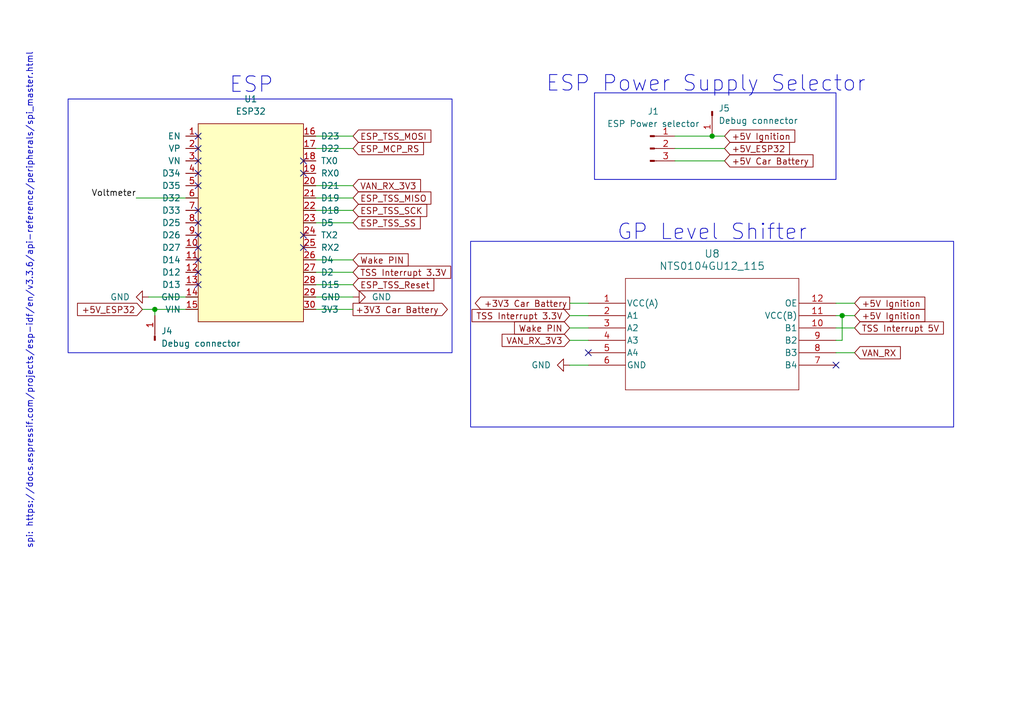
<source format=kicad_sch>
(kicad_sch (version 20250114) (generator "eeschema") (generator_version "9.0")
  (paper "A5")
  (lib_symbols
    (symbol "Connector:Conn_01x01_Pin" (pin_names (offset 1.016) (hide yes))
      (property "Reference" "J" (at 0 2.54 0))
      (property "Value" "Conn_01x01_Pin" (at 0 -2.54 0))
      (symbol "Conn_01x01_Pin_1_1"
        (rectangle (start 0.8636 0.127) (end 0 -0.127) (stroke (width 0.1524)) (fill (type outline)))
        (polyline (pts (xy 1.27 0) (xy 0.8636 0)) (stroke (width 0.1524)))
        (pin passive line (at 5.08 0 180) (length 3.81) (name "Pin_1") (number "1"))
      )
    )
    (symbol "Connector:Conn_01x03_Male" (pin_names (offset 1.016) (hide yes))
      (property "Reference" "J" (at 0 5.08 0))
      (property "Value" "Conn_01x03_Male" (at 0 -5.08 0))
      (symbol "Conn_01x03_Male_1_1"
        (rectangle (start 0.8636 2.667) (end 0 2.413) (stroke (width 0.1524)) (fill (type outline)))
        (rectangle (start 0.8636 0.127) (end 0 -0.127) (stroke (width 0.1524)) (fill (type outline)))
        (rectangle (start 0.8636 -2.413) (end 0 -2.667) (stroke (width 0.1524)) (fill (type outline)))
        (polyline (pts (xy 1.27 2.54) (xy 0.8636 2.54)) (stroke (width 0.1524)))
        (polyline (pts (xy 1.27 0) (xy 0.8636 0)) (stroke (width 0.1524)))
        (polyline (pts (xy 1.27 -2.54) (xy 0.8636 -2.54)) (stroke (width 0.1524)))
        (pin passive line (at 5.08 2.54 180) (length 3.81) (name "Pin_1") (number "1"))
        (pin passive line (at 5.08 0 180) (length 3.81) (name "Pin_2") (number "2"))
        (pin passive line (at 5.08 -2.54 180) (length 3.81) (name "Pin_3") (number "3"))
      )
    )
    (symbol "ESP32_shield:ESP32" (pin_names (offset 1.016))
      (property "Reference" "U" (at 0 -2.54 0))
      (property "Value" "ESP32" (at 0 0 0))
      (symbol "ESP32_0_1"
        (rectangle (start -10.16 20.32) (end 11.43 -20.32) (fill (type background)))
      )
      (symbol "ESP32_1_1"
        (pin input line (at -10.16 17.78 180) (length 2.54) (name "EN") (number "1"))
        (pin input line (at -10.16 15.24 180) (length 2.54) (name "VP") (number "2"))
        (pin input line (at -10.16 12.7 180) (length 2.54) (name "VN") (number "3"))
        (pin input line (at -10.16 10.16 180) (length 2.54) (name "D34") (number "4"))
        (pin bidirectional line (at -10.16 7.62 180) (length 2.54) (name "D35") (number "5"))
        (pin bidirectional line (at -10.16 5.08 180) (length 2.54) (name "D32") (number "6"))
        (pin bidirectional line (at -10.16 2.54 180) (length 2.54) (name "D33") (number "7"))
        (pin bidirectional line (at -10.16 0 180) (length 2.54) (name "D25") (number "8"))
        (pin bidirectional line (at -10.16 -2.54 180) (length 2.54) (name "D26") (number "9"))
        (pin bidirectional line (at -10.16 -5.08 180) (length 2.54) (name "D27") (number "10"))
        (pin bidirectional line (at -10.16 -7.62 180) (length 2.54) (name "D14") (number "11"))
        (pin bidirectional line (at -10.16 -10.16 180) (length 2.54) (name "D12") (number "12"))
        (pin bidirectional line (at -10.16 -12.7 180) (length 2.54) (name "D13") (number "13"))
        (pin passive line (at -10.16 -15.24 180) (length 2.54) (name "GND") (number "14"))
        (pin input line (at -10.16 -17.78 180) (length 2.54) (name "VIN") (number "15"))
        (pin bidirectional line (at 11.43 17.78 0) (length 2.54) (name "D23") (number "16"))
        (pin bidirectional line (at 11.43 15.24 0) (length 2.54) (name "D22") (number "17"))
        (pin bidirectional line (at 11.43 12.7 0) (length 2.54) (name "TX0") (number "18"))
        (pin bidirectional line (at 11.43 10.16 0) (length 2.54) (name "RX0") (number "19"))
        (pin bidirectional line (at 11.43 7.62 0) (length 2.54) (name "D21") (number "20"))
        (pin bidirectional line (at 11.43 5.08 0) (length 2.54) (name "D19") (number "21"))
        (pin bidirectional line (at 11.43 2.54 0) (length 2.54) (name "D18") (number "22"))
        (pin bidirectional line (at 11.43 0 0) (length 2.54) (name "D5") (number "23"))
        (pin bidirectional line (at 11.43 -2.54 0) (length 2.54) (name "TX2") (number "24"))
        (pin bidirectional line (at 11.43 -5.08 0) (length 2.54) (name "RX2") (number "25"))
        (pin bidirectional line (at 11.43 -7.62 0) (length 2.54) (name "D4") (number "26"))
        (pin bidirectional line (at 11.43 -10.16 0) (length 2.54) (name "D2") (number "27"))
        (pin bidirectional line (at 11.43 -12.7 0) (length 2.54) (name "D15") (number "28"))
        (pin bidirectional line (at 11.43 -15.24 0) (length 2.54) (name "GND") (number "29"))
        (pin bidirectional line (at 11.43 -17.78 0) (length 2.54) (name "3V3") (number "30"))
      )
    )
    (symbol "level_shifter:NTS0104GU12_115" (pin_names (offset 0.254))
      (property "Reference" "U" (at 25.4 10.16 0))
      (property "Value" "NTS0104GU12_115" (at 25.4 7.62 0))
      (symbol "NTS0104GU12_115_0_1"
        (polyline (pts (xy 7.62 5.08) (xy 7.62 -17.78)) (stroke (width 0.127)))
        (polyline (pts (xy 7.62 -17.78) (xy 43.18 -17.78)) (stroke (width 0.127)))
        (polyline (pts (xy 43.18 5.08) (xy 7.62 5.08)) (stroke (width 0.127)))
        (polyline (pts (xy 43.18 -17.78) (xy 43.18 5.08)) (stroke (width 0.127)))
        (pin power_in line (at 0 0 0) (length 7.62) (name "VCC(A)") (number "1"))
        (pin bidirectional line (at 0 -2.54 0) (length 7.62) (name "A1") (number "2"))
        (pin bidirectional line (at 0 -5.08 0) (length 7.62) (name "A2") (number "3"))
        (pin bidirectional line (at 0 -7.62 0) (length 7.62) (name "A3") (number "4"))
        (pin bidirectional line (at 0 -10.16 0) (length 7.62) (name "A4") (number "5"))
        (pin power_out line (at 0 -12.7 0) (length 7.62) (name "GND") (number "6"))
        (pin input line (at 50.8 0 180) (length 7.62) (name "OE") (number "12"))
        (pin power_in line (at 50.8 -2.54 180) (length 7.62) (name "VCC(B)") (number "11"))
        (pin bidirectional line (at 50.8 -5.08 180) (length 7.62) (name "B1") (number "10"))
        (pin bidirectional line (at 50.8 -7.62 180) (length 7.62) (name "B2") (number "9"))
        (pin bidirectional line (at 50.8 -10.16 180) (length 7.62) (name "B3") (number "8"))
        (pin bidirectional line (at 50.8 -12.7 180) (length 7.62) (name "B4") (number "7"))
      )
    )
    (symbol "power:GND" (power) (pin_numbers (hide yes)) (pin_names (offset 0) (hide yes))
      (property "Value" "GND" (at 0 -3.81 0))
      (symbol "GND_0_1"
        (polyline (pts (xy 0 0) (xy 0 -1.27) (xy 1.27 -1.27) (xy 0 -2.54) (xy -1.27 -1.27) (xy 0 -1.27)))
      )
      (symbol "GND_1_1"
        (pin power_in line (at 0 0 270) (length 0) (name "~") (number "1"))
      )
    )
  )
  (rectangle (start 96.52 49.53) (end 195.58 87.63))
  (rectangle (start 121.92 19.05) (end 171.45 36.83))
  (rectangle (start 13.97 20.32) (end 92.71 72.39))
  (text "ESP Power Supply Selector\n" (at 144.78 17.272 0) (effects (font (size 3.175 3.175))))
  (text "GP Level Shifter" (at 146.05 47.752 0) (effects (font (size 3.175 3.175))))
  (text "ESP" (at 51.562 17.526 0) (effects (font (size 3.175 3.175))))
  (text "spi: https://docs.espressif.com/projects/esp-idf/en/v3.3.6/api-reference/peripherals/spi_master.html" (at 6.096 61.722 90) (effects (font (size 1.27 1.27))))
  (junction (at 146.05 27.94))
  (junction (at 31.75 63.5))
  (junction (at 172.72 64.77))
  (no_connect (at 40.64 58.42))
  (no_connect (at 40.64 53.34))
  (no_connect (at 62.23 48.26))
  (no_connect (at 40.64 33.02))
  (no_connect (at 40.64 50.8))
  (no_connect (at 40.64 48.26))
  (no_connect (at 171.45 74.93))
  (no_connect (at 40.64 35.56))
  (no_connect (at 40.64 43.18))
  (no_connect (at 40.64 55.88))
  (no_connect (at 62.23 50.8))
  (no_connect (at 40.64 27.94))
  (no_connect (at 40.64 38.1))
  (no_connect (at 120.65 72.39))
  (no_connect (at 62.23 33.02))
  (no_connect (at 40.64 45.72))
  (no_connect (at 62.23 35.56))
  (no_connect (at 40.64 30.48))
  (wire (pts (xy 138.43 30.48) (xy 148.59 30.48)))
  (wire (pts (xy 171.45 62.23) (xy 175.26 62.23)))
  (wire (pts (xy 116.84 62.23) (xy 120.65 62.23)))
  (wire (pts (xy 30.48 60.96) (xy 40.64 60.96)))
  (wire (pts (xy 171.45 72.39) (xy 175.26 72.39)))
  (wire (pts (xy 116.84 74.93) (xy 120.65 74.93)))
  (wire (pts (xy 138.43 33.02) (xy 148.59 33.02)))
  (wire (pts (xy 31.75 64.77) (xy 31.75 63.5)))
  (wire (pts (xy 172.72 69.85) (xy 172.72 64.77)))
  (wire (pts (xy 171.45 67.31) (xy 175.26 67.31)))
  (wire (pts (xy 116.84 67.31) (xy 120.65 67.31)))
  (wire (pts (xy 62.23 53.34) (xy 72.39 53.34)))
  (wire (pts (xy 62.23 45.72) (xy 72.39 45.72)))
  (wire (pts (xy 171.45 69.85) (xy 172.72 69.85)))
  (wire (pts (xy 62.23 60.96) (xy 72.39 60.96)))
  (wire (pts (xy 62.23 38.1) (xy 72.39 38.1)))
  (wire (pts (xy 29.21 63.5) (xy 31.75 63.5)))
  (wire (pts (xy 116.84 64.77) (xy 120.65 64.77)))
  (wire (pts (xy 62.23 63.5) (xy 72.39 63.5)))
  (wire (pts (xy 146.05 27.94) (xy 148.59 27.94)))
  (wire (pts (xy 31.75 63.5) (xy 40.64 63.5)))
  (wire (pts (xy 62.23 43.18) (xy 72.39 43.18)))
  (wire (pts (xy 62.23 30.48) (xy 72.39 30.48)))
  (wire (pts (xy 72.39 55.88) (xy 62.23 55.88)))
  (wire (pts (xy 138.43 27.94) (xy 146.05 27.94)))
  (wire (pts (xy 62.23 58.42) (xy 72.39 58.42)))
  (wire (pts (xy 171.45 64.77) (xy 172.72 64.77)))
  (wire (pts (xy 62.23 40.64) (xy 72.39 40.64)))
  (wire (pts (xy 27.94 40.64) (xy 40.64 40.64)))
  (wire (pts (xy 172.72 64.77) (xy 175.26 64.77)))
  (wire (pts (xy 116.84 69.85) (xy 120.65 69.85)))
  (wire (pts (xy 62.23 27.94) (xy 72.39 27.94)))
  (label "Voltmeter" (at 27.94 40.64 180))
  (global_label "ESP_TSS_MISO" (shape input) (at 72.39 40.64 0) (property "Intersheetrefs" "${INTERSHEET_REFS}" (effects (hide yes))))
  (global_label "+5V Ignition" (shape input) (at 148.59 27.94 0) (property "Intersheetrefs" "${INTERSHEET_REFS}" (effects (hide yes))))
  (global_label "Wake PIN" (shape input) (at 116.84 67.31 180) (property "Intersheetrefs" "${INTERSHEET_REFS}" (effects (hide yes))))
  (global_label "ESP_TSS_MOSI" (shape input) (at 72.39 27.94 0) (property "Intersheetrefs" "${INTERSHEET_REFS}" (effects (hide yes))))
  (global_label "TSS Interrupt 3.3V" (shape input) (at 116.84 64.77 180) (property "Intersheetrefs" "${INTERSHEET_REFS}" (effects (hide yes))))
  (global_label "TSS Interrupt 5V" (shape input) (at 175.26 67.31 0) (property "Intersheetrefs" "${INTERSHEET_REFS}" (effects (hide yes))))
  (global_label "ESP_TSS_SS" (shape input) (at 72.39 45.72 0) (property "Intersheetrefs" "${INTERSHEET_REFS}" (effects (hide yes))))
  (global_label "TSS Interrupt 3.3V" (shape input) (at 72.39 55.88 0) (property "Intersheetrefs" "${INTERSHEET_REFS}" (effects (hide yes))))
  (global_label "+5V Car Battery" (shape input) (at 148.59 33.02 0) (property "Intersheetrefs" "${INTERSHEET_REFS}" (effects (hide yes))))
  (global_label "+3V3 Car Battery" (shape output) (at 72.39 63.5 0) (property "Intersheetrefs" "${INTERSHEET_REFS}" (effects (hide yes))))
  (global_label "Wake PIN" (shape input) (at 72.39 53.34 0) (property "Intersheetrefs" "${INTERSHEET_REFS}" (effects (hide yes))))
  (global_label "ESP_TSS_Reset" (shape input) (at 72.39 58.42 0) (property "Intersheetrefs" "${INTERSHEET_REFS}" (effects (hide yes))))
  (global_label "VAN_RX" (shape input) (at 175.26 72.39 0) (property "Intersheetrefs" "${INTERSHEET_REFS}" (effects (hide yes))))
  (global_label "+3V3 Car Battery" (shape output) (at 116.84 62.23 180) (property "Intersheetrefs" "${INTERSHEET_REFS}" (effects (hide yes))))
  (global_label "+5V_ESP32" (shape input) (at 148.59 30.48 0) (property "Intersheetrefs" "${INTERSHEET_REFS}" (effects (hide yes))))
  (global_label "ESP_TSS_SCK" (shape input) (at 72.39 43.18 0) (property "Intersheetrefs" "${INTERSHEET_REFS}" (effects (hide yes))))
  (global_label "VAN_RX_3V3" (shape input) (at 116.84 69.85 180) (property "Intersheetrefs" "${INTERSHEET_REFS}" (effects (hide yes))))
  (global_label "+5V Ignition" (shape input) (at 175.26 62.23 0) (property "Intersheetrefs" "${INTERSHEET_REFS}" (effects (hide yes))))
  (global_label "+5V Ignition" (shape input) (at 175.26 64.77 0) (property "Intersheetrefs" "${INTERSHEET_REFS}" (effects (hide yes))))
  (global_label "VAN_RX_3V3" (shape input) (at 72.39 38.1 0) (property "Intersheetrefs" "${INTERSHEET_REFS}" (effects (hide yes))))
  (global_label "ESP_MCP_RS" (shape input) (at 72.39 30.48 0) (property "Intersheetrefs" "${INTERSHEET_REFS}" (effects (hide yes))))
  (global_label "+5V_ESP32" (shape input) (at 29.21 63.5 180) (property "Intersheetrefs" "${INTERSHEET_REFS}" (effects (hide yes))))
  (symbol (lib_id "level_shifter:NTS0104GU12_115") (at 120.65 62.23 0) (unit 1)
    (property "Reference" "U8" (at 146.05 52.07 0) (effects (font (size 1.524 1.524))))
    (property "Value" "NTS0104GU12_115" (at 146.05 54.61 0) (effects (font (size 1.524 1.524))))
    (property "Footprint" "XQFN12_SOT1174-1_NXP" (effects (hide yes)))
    (property "Datasheet" "NTS0104GU12_115" (effects (hide yes)))
  )
  (symbol (lib_id "power:GND") (at 30.48 60.96 270) (unit 1)
    (property "Reference" "#PWR03" (effects (hide yes)))
    (property "Value" "GND" (at 26.67 60.9599 90) (effects (justify right)))
    (property "Description" "Power symbol creates a global label with name \"GND\" , ground" (effects (hide yes)))
  )
  (symbol (lib_id "ESP32_shield:ESP32") (at 50.8 45.72 0) (unit 1)
    (property "Reference" "U1" (at 51.435 20.32 0))
    (property "Value" "ESP32" (at 51.435 22.86 0))
    (property "Footprint" "lib:ESP32_shield" (effects (hide yes)))
  )
  (symbol (lib_id "power:GND") (at 72.39 60.96 90) (unit 1)
    (property "Reference" "#PWR014" (effects (hide yes)))
    (property "Value" "GND" (at 76.2 60.9599 90) (effects (justify right)))
    (property "Description" "Power symbol creates a global label with name \"GND\" , ground" (effects (hide yes)))
  )
  (symbol (lib_id "power:GND") (at 116.84 74.93 270) (unit 1)
    (property "Reference" "#PWR084" (effects (hide yes)))
    (property "Value" "GND" (at 113.03 74.9299 90) (effects (justify right)))
    (property "Description" "Power symbol creates a global label with name \"GND\" , ground" (effects (hide yes)))
  )
  (symbol (lib_id "Connector:Conn_01x01_Pin") (at 146.05 22.86 270) (unit 1)
    (property "Reference" "J5" (at 147.32 22.2249 90) (effects (justify left)))
    (property "Value" "Debug connector" (at 147.32 24.7649 90) (effects (justify left)))
    (property "Footprint" "TestPoint:TestPoint_Pad_D1.0mm" (effects (hide yes)))
    (property "Description" "Generic connector, single row, 01x01, script generated" (effects (hide yes)))
  )
  (symbol (lib_id "Connector:Conn_01x01_Pin") (at 31.75 69.85 90) (unit 1)
    (property "Reference" "J4" (at 33.02 67.9449 90) (effects (justify right)))
    (property "Value" "Debug connector" (at 33.02 70.4849 90) (effects (justify right)))
    (property "Footprint" "TestPoint:TestPoint_Pad_D1.0mm" (effects (hide yes)))
    (property "Description" "Generic connector, single row, 01x01, script generated" (effects (hide yes)))
  )
  (symbol (lib_id "Connector:Conn_01x03_Male") (at 133.35 30.48 0) (unit 1)
    (property "Reference" "J1" (at 133.985 22.86 0))
    (property "Value" "ESP Power selector" (at 133.985 25.4 0))
    (property "Footprint" "Connector_PinHeader_2.54mm:PinHeader_1x03_P2.54mm_Vertical" (effects (hide yes)))
  )
)
</source>
